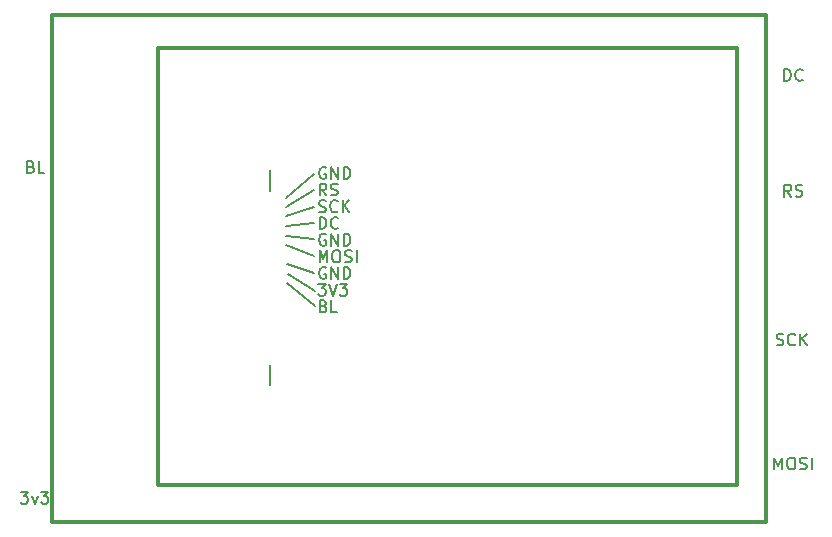
<source format=gbr>
G04 #@! TF.GenerationSoftware,KiCad,Pcbnew,8.0.8*
G04 #@! TF.CreationDate,2025-05-15T18:15:19+01:00*
G04 #@! TF.ProjectId,lcd_Daughterboard,6c63645f-4461-4756-9768-746572626f61,rev?*
G04 #@! TF.SameCoordinates,Original*
G04 #@! TF.FileFunction,Legend,Top*
G04 #@! TF.FilePolarity,Positive*
%FSLAX46Y46*%
G04 Gerber Fmt 4.6, Leading zero omitted, Abs format (unit mm)*
G04 Created by KiCad (PCBNEW 8.0.8) date 2025-05-15 18:15:19*
%MOMM*%
%LPD*%
G01*
G04 APERTURE LIST*
%ADD10C,0.150000*%
%ADD11C,0.300000*%
G04 APERTURE END LIST*
D10*
X123200000Y-68075000D02*
X125500000Y-69525000D01*
X123100000Y-61675000D02*
X125400000Y-59675000D01*
X121700000Y-75850000D02*
X121700000Y-77550000D01*
X123100000Y-64875000D02*
X125450000Y-65125000D01*
X123150000Y-68875000D02*
X125500000Y-70825000D01*
X123150000Y-67275000D02*
X125450000Y-68025000D01*
D11*
X103250000Y-46150000D02*
X163750000Y-46150000D01*
X163750000Y-89150000D01*
X103250000Y-89150000D01*
X103250000Y-46150000D01*
D10*
X121700000Y-59350000D02*
X121700000Y-61050000D01*
X123100000Y-65675000D02*
X125450000Y-66575000D01*
D11*
X112250000Y-49000000D02*
X161250000Y-49000000D01*
X161250000Y-86000000D01*
X112250000Y-86000000D01*
X112250000Y-49000000D01*
D10*
X123100000Y-62475000D02*
X125400000Y-61025000D01*
X123100000Y-64075000D02*
X125450000Y-63825000D01*
X123100000Y-63225000D02*
X125450000Y-62425000D01*
X165833333Y-61554819D02*
X165500000Y-61078628D01*
X165261905Y-61554819D02*
X165261905Y-60554819D01*
X165261905Y-60554819D02*
X165642857Y-60554819D01*
X165642857Y-60554819D02*
X165738095Y-60602438D01*
X165738095Y-60602438D02*
X165785714Y-60650057D01*
X165785714Y-60650057D02*
X165833333Y-60745295D01*
X165833333Y-60745295D02*
X165833333Y-60888152D01*
X165833333Y-60888152D02*
X165785714Y-60983390D01*
X165785714Y-60983390D02*
X165738095Y-61031009D01*
X165738095Y-61031009D02*
X165642857Y-61078628D01*
X165642857Y-61078628D02*
X165261905Y-61078628D01*
X166214286Y-61507200D02*
X166357143Y-61554819D01*
X166357143Y-61554819D02*
X166595238Y-61554819D01*
X166595238Y-61554819D02*
X166690476Y-61507200D01*
X166690476Y-61507200D02*
X166738095Y-61459580D01*
X166738095Y-61459580D02*
X166785714Y-61364342D01*
X166785714Y-61364342D02*
X166785714Y-61269104D01*
X166785714Y-61269104D02*
X166738095Y-61173866D01*
X166738095Y-61173866D02*
X166690476Y-61126247D01*
X166690476Y-61126247D02*
X166595238Y-61078628D01*
X166595238Y-61078628D02*
X166404762Y-61031009D01*
X166404762Y-61031009D02*
X166309524Y-60983390D01*
X166309524Y-60983390D02*
X166261905Y-60935771D01*
X166261905Y-60935771D02*
X166214286Y-60840533D01*
X166214286Y-60840533D02*
X166214286Y-60745295D01*
X166214286Y-60745295D02*
X166261905Y-60650057D01*
X166261905Y-60650057D02*
X166309524Y-60602438D01*
X166309524Y-60602438D02*
X166404762Y-60554819D01*
X166404762Y-60554819D02*
X166642857Y-60554819D01*
X166642857Y-60554819D02*
X166785714Y-60602438D01*
X164428572Y-84654819D02*
X164428572Y-83654819D01*
X164428572Y-83654819D02*
X164761905Y-84369104D01*
X164761905Y-84369104D02*
X165095238Y-83654819D01*
X165095238Y-83654819D02*
X165095238Y-84654819D01*
X165761905Y-83654819D02*
X165952381Y-83654819D01*
X165952381Y-83654819D02*
X166047619Y-83702438D01*
X166047619Y-83702438D02*
X166142857Y-83797676D01*
X166142857Y-83797676D02*
X166190476Y-83988152D01*
X166190476Y-83988152D02*
X166190476Y-84321485D01*
X166190476Y-84321485D02*
X166142857Y-84511961D01*
X166142857Y-84511961D02*
X166047619Y-84607200D01*
X166047619Y-84607200D02*
X165952381Y-84654819D01*
X165952381Y-84654819D02*
X165761905Y-84654819D01*
X165761905Y-84654819D02*
X165666667Y-84607200D01*
X165666667Y-84607200D02*
X165571429Y-84511961D01*
X165571429Y-84511961D02*
X165523810Y-84321485D01*
X165523810Y-84321485D02*
X165523810Y-83988152D01*
X165523810Y-83988152D02*
X165571429Y-83797676D01*
X165571429Y-83797676D02*
X165666667Y-83702438D01*
X165666667Y-83702438D02*
X165761905Y-83654819D01*
X166571429Y-84607200D02*
X166714286Y-84654819D01*
X166714286Y-84654819D02*
X166952381Y-84654819D01*
X166952381Y-84654819D02*
X167047619Y-84607200D01*
X167047619Y-84607200D02*
X167095238Y-84559580D01*
X167095238Y-84559580D02*
X167142857Y-84464342D01*
X167142857Y-84464342D02*
X167142857Y-84369104D01*
X167142857Y-84369104D02*
X167095238Y-84273866D01*
X167095238Y-84273866D02*
X167047619Y-84226247D01*
X167047619Y-84226247D02*
X166952381Y-84178628D01*
X166952381Y-84178628D02*
X166761905Y-84131009D01*
X166761905Y-84131009D02*
X166666667Y-84083390D01*
X166666667Y-84083390D02*
X166619048Y-84035771D01*
X166619048Y-84035771D02*
X166571429Y-83940533D01*
X166571429Y-83940533D02*
X166571429Y-83845295D01*
X166571429Y-83845295D02*
X166619048Y-83750057D01*
X166619048Y-83750057D02*
X166666667Y-83702438D01*
X166666667Y-83702438D02*
X166761905Y-83654819D01*
X166761905Y-83654819D02*
X167000000Y-83654819D01*
X167000000Y-83654819D02*
X167142857Y-83702438D01*
X167571429Y-84654819D02*
X167571429Y-83654819D01*
X165238095Y-51754819D02*
X165238095Y-50754819D01*
X165238095Y-50754819D02*
X165476190Y-50754819D01*
X165476190Y-50754819D02*
X165619047Y-50802438D01*
X165619047Y-50802438D02*
X165714285Y-50897676D01*
X165714285Y-50897676D02*
X165761904Y-50992914D01*
X165761904Y-50992914D02*
X165809523Y-51183390D01*
X165809523Y-51183390D02*
X165809523Y-51326247D01*
X165809523Y-51326247D02*
X165761904Y-51516723D01*
X165761904Y-51516723D02*
X165714285Y-51611961D01*
X165714285Y-51611961D02*
X165619047Y-51707200D01*
X165619047Y-51707200D02*
X165476190Y-51754819D01*
X165476190Y-51754819D02*
X165238095Y-51754819D01*
X166809523Y-51659580D02*
X166761904Y-51707200D01*
X166761904Y-51707200D02*
X166619047Y-51754819D01*
X166619047Y-51754819D02*
X166523809Y-51754819D01*
X166523809Y-51754819D02*
X166380952Y-51707200D01*
X166380952Y-51707200D02*
X166285714Y-51611961D01*
X166285714Y-51611961D02*
X166238095Y-51516723D01*
X166238095Y-51516723D02*
X166190476Y-51326247D01*
X166190476Y-51326247D02*
X166190476Y-51183390D01*
X166190476Y-51183390D02*
X166238095Y-50992914D01*
X166238095Y-50992914D02*
X166285714Y-50897676D01*
X166285714Y-50897676D02*
X166380952Y-50802438D01*
X166380952Y-50802438D02*
X166523809Y-50754819D01*
X166523809Y-50754819D02*
X166619047Y-50754819D01*
X166619047Y-50754819D02*
X166761904Y-50802438D01*
X166761904Y-50802438D02*
X166809523Y-50850057D01*
X164614286Y-74107200D02*
X164757143Y-74154819D01*
X164757143Y-74154819D02*
X164995238Y-74154819D01*
X164995238Y-74154819D02*
X165090476Y-74107200D01*
X165090476Y-74107200D02*
X165138095Y-74059580D01*
X165138095Y-74059580D02*
X165185714Y-73964342D01*
X165185714Y-73964342D02*
X165185714Y-73869104D01*
X165185714Y-73869104D02*
X165138095Y-73773866D01*
X165138095Y-73773866D02*
X165090476Y-73726247D01*
X165090476Y-73726247D02*
X164995238Y-73678628D01*
X164995238Y-73678628D02*
X164804762Y-73631009D01*
X164804762Y-73631009D02*
X164709524Y-73583390D01*
X164709524Y-73583390D02*
X164661905Y-73535771D01*
X164661905Y-73535771D02*
X164614286Y-73440533D01*
X164614286Y-73440533D02*
X164614286Y-73345295D01*
X164614286Y-73345295D02*
X164661905Y-73250057D01*
X164661905Y-73250057D02*
X164709524Y-73202438D01*
X164709524Y-73202438D02*
X164804762Y-73154819D01*
X164804762Y-73154819D02*
X165042857Y-73154819D01*
X165042857Y-73154819D02*
X165185714Y-73202438D01*
X166185714Y-74059580D02*
X166138095Y-74107200D01*
X166138095Y-74107200D02*
X165995238Y-74154819D01*
X165995238Y-74154819D02*
X165900000Y-74154819D01*
X165900000Y-74154819D02*
X165757143Y-74107200D01*
X165757143Y-74107200D02*
X165661905Y-74011961D01*
X165661905Y-74011961D02*
X165614286Y-73916723D01*
X165614286Y-73916723D02*
X165566667Y-73726247D01*
X165566667Y-73726247D02*
X165566667Y-73583390D01*
X165566667Y-73583390D02*
X165614286Y-73392914D01*
X165614286Y-73392914D02*
X165661905Y-73297676D01*
X165661905Y-73297676D02*
X165757143Y-73202438D01*
X165757143Y-73202438D02*
X165900000Y-73154819D01*
X165900000Y-73154819D02*
X165995238Y-73154819D01*
X165995238Y-73154819D02*
X166138095Y-73202438D01*
X166138095Y-73202438D02*
X166185714Y-73250057D01*
X166614286Y-74154819D02*
X166614286Y-73154819D01*
X167185714Y-74154819D02*
X166757143Y-73583390D01*
X167185714Y-73154819D02*
X166614286Y-73726247D01*
X125816667Y-68942319D02*
X126435714Y-68942319D01*
X126435714Y-68942319D02*
X126102381Y-69323271D01*
X126102381Y-69323271D02*
X126245238Y-69323271D01*
X126245238Y-69323271D02*
X126340476Y-69370890D01*
X126340476Y-69370890D02*
X126388095Y-69418509D01*
X126388095Y-69418509D02*
X126435714Y-69513747D01*
X126435714Y-69513747D02*
X126435714Y-69751842D01*
X126435714Y-69751842D02*
X126388095Y-69847080D01*
X126388095Y-69847080D02*
X126340476Y-69894700D01*
X126340476Y-69894700D02*
X126245238Y-69942319D01*
X126245238Y-69942319D02*
X125959524Y-69942319D01*
X125959524Y-69942319D02*
X125864286Y-69894700D01*
X125864286Y-69894700D02*
X125816667Y-69847080D01*
X126721429Y-68942319D02*
X127054762Y-69942319D01*
X127054762Y-69942319D02*
X127388095Y-68942319D01*
X127626191Y-68942319D02*
X128245238Y-68942319D01*
X128245238Y-68942319D02*
X127911905Y-69323271D01*
X127911905Y-69323271D02*
X128054762Y-69323271D01*
X128054762Y-69323271D02*
X128150000Y-69370890D01*
X128150000Y-69370890D02*
X128197619Y-69418509D01*
X128197619Y-69418509D02*
X128245238Y-69513747D01*
X128245238Y-69513747D02*
X128245238Y-69751842D01*
X128245238Y-69751842D02*
X128197619Y-69847080D01*
X128197619Y-69847080D02*
X128150000Y-69894700D01*
X128150000Y-69894700D02*
X128054762Y-69942319D01*
X128054762Y-69942319D02*
X127769048Y-69942319D01*
X127769048Y-69942319D02*
X127673810Y-69894700D01*
X127673810Y-69894700D02*
X127626191Y-69847080D01*
X125911905Y-64292319D02*
X125911905Y-63292319D01*
X125911905Y-63292319D02*
X126150000Y-63292319D01*
X126150000Y-63292319D02*
X126292857Y-63339938D01*
X126292857Y-63339938D02*
X126388095Y-63435176D01*
X126388095Y-63435176D02*
X126435714Y-63530414D01*
X126435714Y-63530414D02*
X126483333Y-63720890D01*
X126483333Y-63720890D02*
X126483333Y-63863747D01*
X126483333Y-63863747D02*
X126435714Y-64054223D01*
X126435714Y-64054223D02*
X126388095Y-64149461D01*
X126388095Y-64149461D02*
X126292857Y-64244700D01*
X126292857Y-64244700D02*
X126150000Y-64292319D01*
X126150000Y-64292319D02*
X125911905Y-64292319D01*
X127483333Y-64197080D02*
X127435714Y-64244700D01*
X127435714Y-64244700D02*
X127292857Y-64292319D01*
X127292857Y-64292319D02*
X127197619Y-64292319D01*
X127197619Y-64292319D02*
X127054762Y-64244700D01*
X127054762Y-64244700D02*
X126959524Y-64149461D01*
X126959524Y-64149461D02*
X126911905Y-64054223D01*
X126911905Y-64054223D02*
X126864286Y-63863747D01*
X126864286Y-63863747D02*
X126864286Y-63720890D01*
X126864286Y-63720890D02*
X126911905Y-63530414D01*
X126911905Y-63530414D02*
X126959524Y-63435176D01*
X126959524Y-63435176D02*
X127054762Y-63339938D01*
X127054762Y-63339938D02*
X127197619Y-63292319D01*
X127197619Y-63292319D02*
X127292857Y-63292319D01*
X127292857Y-63292319D02*
X127435714Y-63339938D01*
X127435714Y-63339938D02*
X127483333Y-63387557D01*
X126435714Y-64752438D02*
X126340476Y-64704819D01*
X126340476Y-64704819D02*
X126197619Y-64704819D01*
X126197619Y-64704819D02*
X126054762Y-64752438D01*
X126054762Y-64752438D02*
X125959524Y-64847676D01*
X125959524Y-64847676D02*
X125911905Y-64942914D01*
X125911905Y-64942914D02*
X125864286Y-65133390D01*
X125864286Y-65133390D02*
X125864286Y-65276247D01*
X125864286Y-65276247D02*
X125911905Y-65466723D01*
X125911905Y-65466723D02*
X125959524Y-65561961D01*
X125959524Y-65561961D02*
X126054762Y-65657200D01*
X126054762Y-65657200D02*
X126197619Y-65704819D01*
X126197619Y-65704819D02*
X126292857Y-65704819D01*
X126292857Y-65704819D02*
X126435714Y-65657200D01*
X126435714Y-65657200D02*
X126483333Y-65609580D01*
X126483333Y-65609580D02*
X126483333Y-65276247D01*
X126483333Y-65276247D02*
X126292857Y-65276247D01*
X126911905Y-65704819D02*
X126911905Y-64704819D01*
X126911905Y-64704819D02*
X127483333Y-65704819D01*
X127483333Y-65704819D02*
X127483333Y-64704819D01*
X127959524Y-65704819D02*
X127959524Y-64704819D01*
X127959524Y-64704819D02*
X128197619Y-64704819D01*
X128197619Y-64704819D02*
X128340476Y-64752438D01*
X128340476Y-64752438D02*
X128435714Y-64847676D01*
X128435714Y-64847676D02*
X128483333Y-64942914D01*
X128483333Y-64942914D02*
X128530952Y-65133390D01*
X128530952Y-65133390D02*
X128530952Y-65276247D01*
X128530952Y-65276247D02*
X128483333Y-65466723D01*
X128483333Y-65466723D02*
X128435714Y-65561961D01*
X128435714Y-65561961D02*
X128340476Y-65657200D01*
X128340476Y-65657200D02*
X128197619Y-65704819D01*
X128197619Y-65704819D02*
X127959524Y-65704819D01*
X126435714Y-67577438D02*
X126340476Y-67529819D01*
X126340476Y-67529819D02*
X126197619Y-67529819D01*
X126197619Y-67529819D02*
X126054762Y-67577438D01*
X126054762Y-67577438D02*
X125959524Y-67672676D01*
X125959524Y-67672676D02*
X125911905Y-67767914D01*
X125911905Y-67767914D02*
X125864286Y-67958390D01*
X125864286Y-67958390D02*
X125864286Y-68101247D01*
X125864286Y-68101247D02*
X125911905Y-68291723D01*
X125911905Y-68291723D02*
X125959524Y-68386961D01*
X125959524Y-68386961D02*
X126054762Y-68482200D01*
X126054762Y-68482200D02*
X126197619Y-68529819D01*
X126197619Y-68529819D02*
X126292857Y-68529819D01*
X126292857Y-68529819D02*
X126435714Y-68482200D01*
X126435714Y-68482200D02*
X126483333Y-68434580D01*
X126483333Y-68434580D02*
X126483333Y-68101247D01*
X126483333Y-68101247D02*
X126292857Y-68101247D01*
X126911905Y-68529819D02*
X126911905Y-67529819D01*
X126911905Y-67529819D02*
X127483333Y-68529819D01*
X127483333Y-68529819D02*
X127483333Y-67529819D01*
X127959524Y-68529819D02*
X127959524Y-67529819D01*
X127959524Y-67529819D02*
X128197619Y-67529819D01*
X128197619Y-67529819D02*
X128340476Y-67577438D01*
X128340476Y-67577438D02*
X128435714Y-67672676D01*
X128435714Y-67672676D02*
X128483333Y-67767914D01*
X128483333Y-67767914D02*
X128530952Y-67958390D01*
X128530952Y-67958390D02*
X128530952Y-68101247D01*
X128530952Y-68101247D02*
X128483333Y-68291723D01*
X128483333Y-68291723D02*
X128435714Y-68386961D01*
X128435714Y-68386961D02*
X128340476Y-68482200D01*
X128340476Y-68482200D02*
X128197619Y-68529819D01*
X128197619Y-68529819D02*
X127959524Y-68529819D01*
X125911905Y-67117319D02*
X125911905Y-66117319D01*
X125911905Y-66117319D02*
X126245238Y-66831604D01*
X126245238Y-66831604D02*
X126578571Y-66117319D01*
X126578571Y-66117319D02*
X126578571Y-67117319D01*
X127245238Y-66117319D02*
X127435714Y-66117319D01*
X127435714Y-66117319D02*
X127530952Y-66164938D01*
X127530952Y-66164938D02*
X127626190Y-66260176D01*
X127626190Y-66260176D02*
X127673809Y-66450652D01*
X127673809Y-66450652D02*
X127673809Y-66783985D01*
X127673809Y-66783985D02*
X127626190Y-66974461D01*
X127626190Y-66974461D02*
X127530952Y-67069700D01*
X127530952Y-67069700D02*
X127435714Y-67117319D01*
X127435714Y-67117319D02*
X127245238Y-67117319D01*
X127245238Y-67117319D02*
X127150000Y-67069700D01*
X127150000Y-67069700D02*
X127054762Y-66974461D01*
X127054762Y-66974461D02*
X127007143Y-66783985D01*
X127007143Y-66783985D02*
X127007143Y-66450652D01*
X127007143Y-66450652D02*
X127054762Y-66260176D01*
X127054762Y-66260176D02*
X127150000Y-66164938D01*
X127150000Y-66164938D02*
X127245238Y-66117319D01*
X128054762Y-67069700D02*
X128197619Y-67117319D01*
X128197619Y-67117319D02*
X128435714Y-67117319D01*
X128435714Y-67117319D02*
X128530952Y-67069700D01*
X128530952Y-67069700D02*
X128578571Y-67022080D01*
X128578571Y-67022080D02*
X128626190Y-66926842D01*
X128626190Y-66926842D02*
X128626190Y-66831604D01*
X128626190Y-66831604D02*
X128578571Y-66736366D01*
X128578571Y-66736366D02*
X128530952Y-66688747D01*
X128530952Y-66688747D02*
X128435714Y-66641128D01*
X128435714Y-66641128D02*
X128245238Y-66593509D01*
X128245238Y-66593509D02*
X128150000Y-66545890D01*
X128150000Y-66545890D02*
X128102381Y-66498271D01*
X128102381Y-66498271D02*
X128054762Y-66403033D01*
X128054762Y-66403033D02*
X128054762Y-66307795D01*
X128054762Y-66307795D02*
X128102381Y-66212557D01*
X128102381Y-66212557D02*
X128150000Y-66164938D01*
X128150000Y-66164938D02*
X128245238Y-66117319D01*
X128245238Y-66117319D02*
X128483333Y-66117319D01*
X128483333Y-66117319D02*
X128626190Y-66164938D01*
X129054762Y-67117319D02*
X129054762Y-66117319D01*
X126245238Y-70831009D02*
X126388095Y-70878628D01*
X126388095Y-70878628D02*
X126435714Y-70926247D01*
X126435714Y-70926247D02*
X126483333Y-71021485D01*
X126483333Y-71021485D02*
X126483333Y-71164342D01*
X126483333Y-71164342D02*
X126435714Y-71259580D01*
X126435714Y-71259580D02*
X126388095Y-71307200D01*
X126388095Y-71307200D02*
X126292857Y-71354819D01*
X126292857Y-71354819D02*
X125911905Y-71354819D01*
X125911905Y-71354819D02*
X125911905Y-70354819D01*
X125911905Y-70354819D02*
X126245238Y-70354819D01*
X126245238Y-70354819D02*
X126340476Y-70402438D01*
X126340476Y-70402438D02*
X126388095Y-70450057D01*
X126388095Y-70450057D02*
X126435714Y-70545295D01*
X126435714Y-70545295D02*
X126435714Y-70640533D01*
X126435714Y-70640533D02*
X126388095Y-70735771D01*
X126388095Y-70735771D02*
X126340476Y-70783390D01*
X126340476Y-70783390D02*
X126245238Y-70831009D01*
X126245238Y-70831009D02*
X125911905Y-70831009D01*
X127388095Y-71354819D02*
X126911905Y-71354819D01*
X126911905Y-71354819D02*
X126911905Y-70354819D01*
X126435714Y-59102438D02*
X126340476Y-59054819D01*
X126340476Y-59054819D02*
X126197619Y-59054819D01*
X126197619Y-59054819D02*
X126054762Y-59102438D01*
X126054762Y-59102438D02*
X125959524Y-59197676D01*
X125959524Y-59197676D02*
X125911905Y-59292914D01*
X125911905Y-59292914D02*
X125864286Y-59483390D01*
X125864286Y-59483390D02*
X125864286Y-59626247D01*
X125864286Y-59626247D02*
X125911905Y-59816723D01*
X125911905Y-59816723D02*
X125959524Y-59911961D01*
X125959524Y-59911961D02*
X126054762Y-60007200D01*
X126054762Y-60007200D02*
X126197619Y-60054819D01*
X126197619Y-60054819D02*
X126292857Y-60054819D01*
X126292857Y-60054819D02*
X126435714Y-60007200D01*
X126435714Y-60007200D02*
X126483333Y-59959580D01*
X126483333Y-59959580D02*
X126483333Y-59626247D01*
X126483333Y-59626247D02*
X126292857Y-59626247D01*
X126911905Y-60054819D02*
X126911905Y-59054819D01*
X126911905Y-59054819D02*
X127483333Y-60054819D01*
X127483333Y-60054819D02*
X127483333Y-59054819D01*
X127959524Y-60054819D02*
X127959524Y-59054819D01*
X127959524Y-59054819D02*
X128197619Y-59054819D01*
X128197619Y-59054819D02*
X128340476Y-59102438D01*
X128340476Y-59102438D02*
X128435714Y-59197676D01*
X128435714Y-59197676D02*
X128483333Y-59292914D01*
X128483333Y-59292914D02*
X128530952Y-59483390D01*
X128530952Y-59483390D02*
X128530952Y-59626247D01*
X128530952Y-59626247D02*
X128483333Y-59816723D01*
X128483333Y-59816723D02*
X128435714Y-59911961D01*
X128435714Y-59911961D02*
X128340476Y-60007200D01*
X128340476Y-60007200D02*
X128197619Y-60054819D01*
X128197619Y-60054819D02*
X127959524Y-60054819D01*
X126483333Y-61467319D02*
X126150000Y-60991128D01*
X125911905Y-61467319D02*
X125911905Y-60467319D01*
X125911905Y-60467319D02*
X126292857Y-60467319D01*
X126292857Y-60467319D02*
X126388095Y-60514938D01*
X126388095Y-60514938D02*
X126435714Y-60562557D01*
X126435714Y-60562557D02*
X126483333Y-60657795D01*
X126483333Y-60657795D02*
X126483333Y-60800652D01*
X126483333Y-60800652D02*
X126435714Y-60895890D01*
X126435714Y-60895890D02*
X126388095Y-60943509D01*
X126388095Y-60943509D02*
X126292857Y-60991128D01*
X126292857Y-60991128D02*
X125911905Y-60991128D01*
X126864286Y-61419700D02*
X127007143Y-61467319D01*
X127007143Y-61467319D02*
X127245238Y-61467319D01*
X127245238Y-61467319D02*
X127340476Y-61419700D01*
X127340476Y-61419700D02*
X127388095Y-61372080D01*
X127388095Y-61372080D02*
X127435714Y-61276842D01*
X127435714Y-61276842D02*
X127435714Y-61181604D01*
X127435714Y-61181604D02*
X127388095Y-61086366D01*
X127388095Y-61086366D02*
X127340476Y-61038747D01*
X127340476Y-61038747D02*
X127245238Y-60991128D01*
X127245238Y-60991128D02*
X127054762Y-60943509D01*
X127054762Y-60943509D02*
X126959524Y-60895890D01*
X126959524Y-60895890D02*
X126911905Y-60848271D01*
X126911905Y-60848271D02*
X126864286Y-60753033D01*
X126864286Y-60753033D02*
X126864286Y-60657795D01*
X126864286Y-60657795D02*
X126911905Y-60562557D01*
X126911905Y-60562557D02*
X126959524Y-60514938D01*
X126959524Y-60514938D02*
X127054762Y-60467319D01*
X127054762Y-60467319D02*
X127292857Y-60467319D01*
X127292857Y-60467319D02*
X127435714Y-60514938D01*
X125864286Y-62832200D02*
X126007143Y-62879819D01*
X126007143Y-62879819D02*
X126245238Y-62879819D01*
X126245238Y-62879819D02*
X126340476Y-62832200D01*
X126340476Y-62832200D02*
X126388095Y-62784580D01*
X126388095Y-62784580D02*
X126435714Y-62689342D01*
X126435714Y-62689342D02*
X126435714Y-62594104D01*
X126435714Y-62594104D02*
X126388095Y-62498866D01*
X126388095Y-62498866D02*
X126340476Y-62451247D01*
X126340476Y-62451247D02*
X126245238Y-62403628D01*
X126245238Y-62403628D02*
X126054762Y-62356009D01*
X126054762Y-62356009D02*
X125959524Y-62308390D01*
X125959524Y-62308390D02*
X125911905Y-62260771D01*
X125911905Y-62260771D02*
X125864286Y-62165533D01*
X125864286Y-62165533D02*
X125864286Y-62070295D01*
X125864286Y-62070295D02*
X125911905Y-61975057D01*
X125911905Y-61975057D02*
X125959524Y-61927438D01*
X125959524Y-61927438D02*
X126054762Y-61879819D01*
X126054762Y-61879819D02*
X126292857Y-61879819D01*
X126292857Y-61879819D02*
X126435714Y-61927438D01*
X127435714Y-62784580D02*
X127388095Y-62832200D01*
X127388095Y-62832200D02*
X127245238Y-62879819D01*
X127245238Y-62879819D02*
X127150000Y-62879819D01*
X127150000Y-62879819D02*
X127007143Y-62832200D01*
X127007143Y-62832200D02*
X126911905Y-62736961D01*
X126911905Y-62736961D02*
X126864286Y-62641723D01*
X126864286Y-62641723D02*
X126816667Y-62451247D01*
X126816667Y-62451247D02*
X126816667Y-62308390D01*
X126816667Y-62308390D02*
X126864286Y-62117914D01*
X126864286Y-62117914D02*
X126911905Y-62022676D01*
X126911905Y-62022676D02*
X127007143Y-61927438D01*
X127007143Y-61927438D02*
X127150000Y-61879819D01*
X127150000Y-61879819D02*
X127245238Y-61879819D01*
X127245238Y-61879819D02*
X127388095Y-61927438D01*
X127388095Y-61927438D02*
X127435714Y-61975057D01*
X127864286Y-62879819D02*
X127864286Y-61879819D01*
X128435714Y-62879819D02*
X128007143Y-62308390D01*
X128435714Y-61879819D02*
X127864286Y-62451247D01*
X100609524Y-86554819D02*
X101228571Y-86554819D01*
X101228571Y-86554819D02*
X100895238Y-86935771D01*
X100895238Y-86935771D02*
X101038095Y-86935771D01*
X101038095Y-86935771D02*
X101133333Y-86983390D01*
X101133333Y-86983390D02*
X101180952Y-87031009D01*
X101180952Y-87031009D02*
X101228571Y-87126247D01*
X101228571Y-87126247D02*
X101228571Y-87364342D01*
X101228571Y-87364342D02*
X101180952Y-87459580D01*
X101180952Y-87459580D02*
X101133333Y-87507200D01*
X101133333Y-87507200D02*
X101038095Y-87554819D01*
X101038095Y-87554819D02*
X100752381Y-87554819D01*
X100752381Y-87554819D02*
X100657143Y-87507200D01*
X100657143Y-87507200D02*
X100609524Y-87459580D01*
X101561905Y-86888152D02*
X101800000Y-87554819D01*
X101800000Y-87554819D02*
X102038095Y-86888152D01*
X102323810Y-86554819D02*
X102942857Y-86554819D01*
X102942857Y-86554819D02*
X102609524Y-86935771D01*
X102609524Y-86935771D02*
X102752381Y-86935771D01*
X102752381Y-86935771D02*
X102847619Y-86983390D01*
X102847619Y-86983390D02*
X102895238Y-87031009D01*
X102895238Y-87031009D02*
X102942857Y-87126247D01*
X102942857Y-87126247D02*
X102942857Y-87364342D01*
X102942857Y-87364342D02*
X102895238Y-87459580D01*
X102895238Y-87459580D02*
X102847619Y-87507200D01*
X102847619Y-87507200D02*
X102752381Y-87554819D01*
X102752381Y-87554819D02*
X102466667Y-87554819D01*
X102466667Y-87554819D02*
X102371429Y-87507200D01*
X102371429Y-87507200D02*
X102323810Y-87459580D01*
X101466666Y-59031009D02*
X101609523Y-59078628D01*
X101609523Y-59078628D02*
X101657142Y-59126247D01*
X101657142Y-59126247D02*
X101704761Y-59221485D01*
X101704761Y-59221485D02*
X101704761Y-59364342D01*
X101704761Y-59364342D02*
X101657142Y-59459580D01*
X101657142Y-59459580D02*
X101609523Y-59507200D01*
X101609523Y-59507200D02*
X101514285Y-59554819D01*
X101514285Y-59554819D02*
X101133333Y-59554819D01*
X101133333Y-59554819D02*
X101133333Y-58554819D01*
X101133333Y-58554819D02*
X101466666Y-58554819D01*
X101466666Y-58554819D02*
X101561904Y-58602438D01*
X101561904Y-58602438D02*
X101609523Y-58650057D01*
X101609523Y-58650057D02*
X101657142Y-58745295D01*
X101657142Y-58745295D02*
X101657142Y-58840533D01*
X101657142Y-58840533D02*
X101609523Y-58935771D01*
X101609523Y-58935771D02*
X101561904Y-58983390D01*
X101561904Y-58983390D02*
X101466666Y-59031009D01*
X101466666Y-59031009D02*
X101133333Y-59031009D01*
X102609523Y-59554819D02*
X102133333Y-59554819D01*
X102133333Y-59554819D02*
X102133333Y-58554819D01*
M02*

</source>
